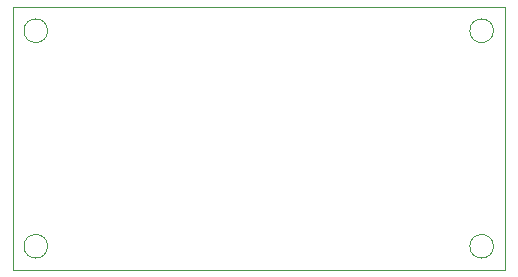
<source format=gbr>
G04 #@! TF.GenerationSoftware,KiCad,Pcbnew,(5.1.2)-2*
G04 #@! TF.CreationDate,2019-11-06T08:40:08+07:00*
G04 #@! TF.ProjectId,ph_vresistor_pos_sensor_board_hw,70685f76-7265-4736-9973-746f725f706f,rev?*
G04 #@! TF.SameCoordinates,Original*
G04 #@! TF.FileFunction,Profile,NP*
%FSLAX46Y46*%
G04 Gerber Fmt 4.6, Leading zero omitted, Abs format (unit mm)*
G04 Created by KiCad (PCBNEW (5.1.2)-2) date 2019-11-06 08:40:08*
%MOMM*%
%LPD*%
G04 APERTURE LIST*
%ADD10C,0.120000*%
%ADD11C,0.100000*%
G04 APERTURE END LIST*
D10*
X86500000Y-92750000D02*
G75*
G03X86500000Y-92750000I-1000000J0D01*
G01*
X124250000Y-92750000D02*
G75*
G03X124250000Y-92750000I-1000000J0D01*
G01*
X124250000Y-74500000D02*
G75*
G03X124250000Y-74500000I-1000000J0D01*
G01*
X86500000Y-74500000D02*
G75*
G03X86500000Y-74500000I-1000000J0D01*
G01*
D11*
X83566000Y-94742000D02*
X83566000Y-72500000D01*
X125250000Y-94742000D02*
X83566000Y-94742000D01*
X125250000Y-72500000D02*
X125250000Y-94742000D01*
X83566000Y-72500000D02*
X125250000Y-72500000D01*
M02*

</source>
